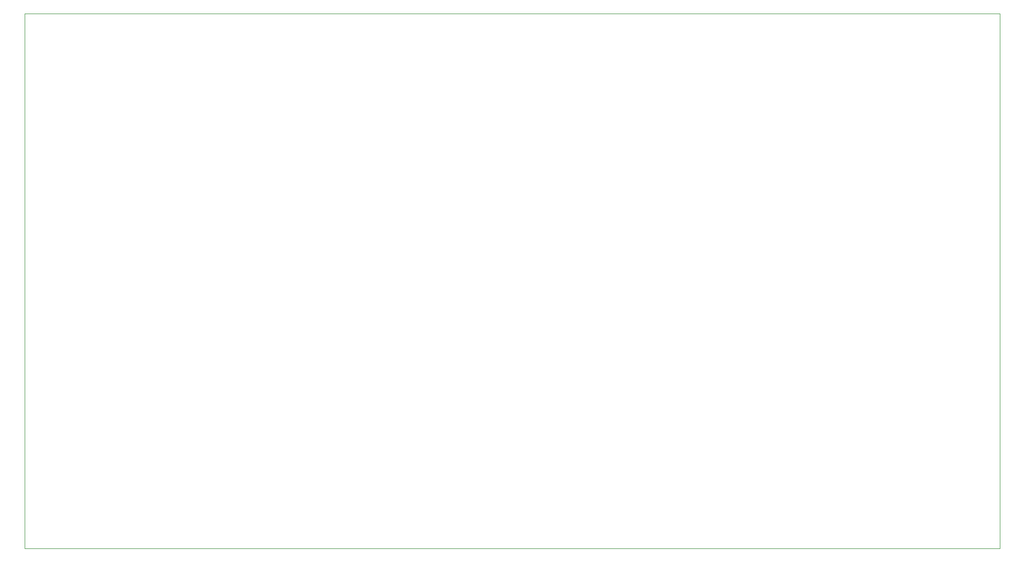
<source format=gm1>
G04 #@! TF.GenerationSoftware,KiCad,Pcbnew,(5.1.2)-2*
G04 #@! TF.CreationDate,2020-04-07T11:29:11-03:00*
G04 #@! TF.ProjectId,controller,636f6e74-726f-46c6-9c65-722e6b696361,rev?*
G04 #@! TF.SameCoordinates,Original*
G04 #@! TF.FileFunction,Profile,NP*
%FSLAX46Y46*%
G04 Gerber Fmt 4.6, Leading zero omitted, Abs format (unit mm)*
G04 Created by KiCad (PCBNEW (5.1.2)-2) date 2020-04-07 11:29:11*
%MOMM*%
%LPD*%
G04 APERTURE LIST*
%ADD10C,0.050000*%
G04 APERTURE END LIST*
D10*
X-82000000Y-45000000D02*
X82000000Y-45000000D01*
X82000000Y45000000D02*
X82000000Y-45000000D01*
X-82000000Y45000000D02*
X82000000Y45000000D01*
X-82000000Y45000000D02*
X-82000000Y-45000000D01*
M02*

</source>
